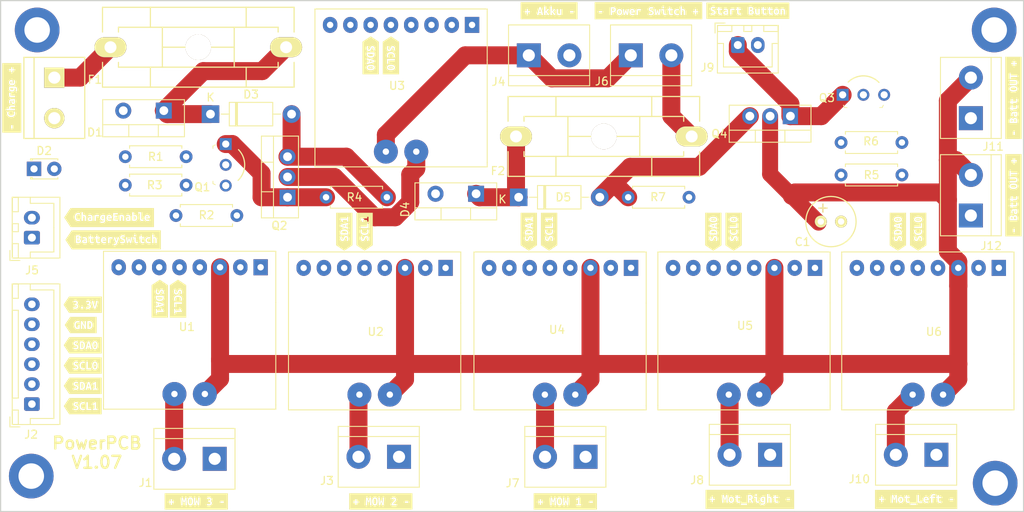
<source format=kicad_pcb>
(kicad_pcb (version 20211014) (generator pcbnew)
  (layers (0 "F.Cu" signal) (31 "B.Cu" signal) (34 "B.Paste" user) (35 "F.Paste" user) (36 "B.SilkS" user "B.Silkscreen") (37 "F.SilkS" user "F.Silkscreen") (38 "B.Mask" user) (39 "F.Mask" user) (44 "Edge.Cuts" user))
  (net 0 "")
  (net 1 "GND")
  (net 2 "Net-(F2-Pad1)")
  (net 3 "pinChargeEnable")
  (net 4 "pinBatterySwitch")
  (net 5 "Net-(Q1-Pad1)")
  (net 6 "Net-(Q1-Pad2)")
  (net 7 "Net-(Q3-Pad2)")
  (net 8 "+3V3")
  (net 9 "V_Bat")
  (net 10 "SDA0")
  (net 11 "SCL0")
  (net 12 "SDA1")
  (net 13 "SCL1")
  (net 29 "Net-(BT1-Pad1)")
  (net 30 "Net-(D2-Pad2)")
  (net 31 "Net-(D3-Pad2)")
  (net 32 "Net-(J4-Pad1)")
  (net 33 "Net-(J9-Pad1)")
  (net 37 "Net-(D4-Pad1)")
  (net 38 "Net-(D5-Pad2)")
  (net 39 "Net-(J3-Pad2)")
  (net 40 "Net-(J7-Pad2)")
  (net 41 "Net-(J8-Pad2)")
  (net 42 "Net-(J10-Pad2)")
  (net 43 "Net-(J1-Pad2)")
  (net 44 "Net-(Q2-Pad2)")
  (net 45 "Net-(D1-Pad1)")
  (footprint "Zimprich:Anschlussklemme_2P_RM5,08" (layer "F.Cu") (at 91.44 73.406 -90)
    (fp_text reference "BT1" hide)
    (fp_text value "Charge" hide)
    (pad "1" thru_hole rect locked (at -2.54 0 270) (size 2.54 2.54) (drill 1.524) (layers *.Cu *.Mask "F.SilkS") (net 29 "Net-(BT1-Pad1)"))
    (pad "2" thru_hole circle locked (at 2.54 0 270) (size 2.54 2.54) (drill 1.524) (layers *.Cu *.Mask "F.SilkS") (net 1 "GND"))
  )
  (footprint "Zimprich:Elko_vert_11.2x6.3mm_RM2.5" (layer "F.Cu") (at 187.452 88.9)
    (fp_text reference "C1" (at -2.286 2.54) (layer "F.SilkS"))
    (fp_text value "100uF")
    (fp_line (start 0.26924 -1.69926) (end 0.26924 -1.30048) (layer "F.Cu") (width 0.15))
    (fp_line (start 0.26924 -1.69926) (end 0.26924 -2.19964) (layer "F.Cu") (width 0.15))
    (fp_line (start 0.26924 -1.69926) (end 0.76962 -1.69926) (layer "F.Cu") (width 0.15))
    (fp_line (start 0.26924 -1.30048) (end 0.26924 -1.19888) (layer "F.Cu") (width 0.15))
    (fp_line (start -0.23114 -1.69926) (end 0.26924 -1.69926) (layer "F.Cu") (width 0.15))
    (pad "1" thru_hole circle locked (at 0 0) (size 1.50114 1.50114) (drill 0.8001) (layers *.Cu *.Mask "F.SilkS") (net 9 "V_Bat"))
    (pad "2" thru_hole circle locked (at 2.54 0) (size 1.50114 1.50114) (drill 0.8001) (layers *.Cu *.Mask "F.SilkS") (net 1 "GND"))
  )
  (footprint "Package_TO_SOT_THT:TO-220-2_Vertical" (layer "F.Cu") (at 105.156 75.001 180)
    (fp_text reference "D1" (at 8.636 -2.723) (layer "F.SilkS"))
    (fp_text value "MBR1045")
    (pad "1" thru_hole rect locked (at 0 0 180) (size 2 2) (drill 1.1) (layers *.Cu *.Mask) (net 45 "Net-(D1-Pad1)"))
    (pad "2" thru_hole oval locked (at 5.08 0 180) (size 2 2) (drill 1.1) (layers *.Cu *.Mask) (net 1 "GND"))
  )
  (footprint "Zimprich:Fuseholder_Reichelt_PL112000" (layer "F.Cu") (at 109.474 67.056)
    (fp_text reference "F1" (at -12.954 4.064) (layer "F.SilkS"))
    (fp_text value "5A" hide)
    (pad "1" thru_hole oval locked (at -11.00074 0 270) (size 2.49936 4.0005) (drill 1.50114) (layers *.Cu *.Mask "F.SilkS") (net 29 "Net-(BT1-Pad1)"))
    (pad "2" thru_hole oval locked (at 11.00074 0 270) (size 2.49936 4.0005) (drill 1.50114) (layers *.Cu *.Mask "F.SilkS") (net 45 "Net-(D1-Pad1)"))
    (pad "~" thru_hole circle locked (at 0 0) (size 3.2 3.2) (drill 3.2) (layers *.Cu *.Mask "F.SilkS"))
  )
  (footprint "Zimprich:Fuseholder_Reichelt_PL112000" (layer "F.Cu") (at 160.274 78.232 180)
    (fp_text reference "F2" (at 13.27 -4.318) (layer "F.SilkS"))
    (fp_text value "10A" hide)
    (pad "1" thru_hole oval locked (at -11.00074 0 90) (size 2.49936 4.0005) (drill 1.50114) (layers *.Cu *.Mask "F.SilkS") (net 2 "Net-(F2-Pad1)"))
    (pad "2" thru_hole oval locked (at 11.00074 0 90) (size 2.49936 4.0005) (drill 1.50114) (layers *.Cu *.Mask "F.SilkS") (net 37 "Net-(D4-Pad1)"))
    (pad "~" thru_hole circle locked (at 0 0 180) (size 3.2 3.2) (drill 3.2) (layers *.Cu *.Mask "F.SilkS"))
  )
  (footprint "TerminalBlock:TerminalBlock_bornier-2_P5.08mm" (layer "F.Cu") (at 111.53 118.618 180)
    (fp_text reference "J1" (at 8.66 -3) (layer "F.SilkS"))
    (fp_text value "Mow3")
    (pad "1" thru_hole rect locked (at 0 0 180) (size 3 3) (drill 1.52) (layers *.Cu *.Mask) (net 1 "GND"))
    (pad "2" thru_hole circle locked (at 5.08 0 180) (size 3 3) (drill 1.52) (layers *.Cu *.Mask) (net 43 "Net-(J1-Pad2)"))
  )
  (footprint "digikey-footprints:TO-92-3_Formed_Leads" (layer "F.Cu") (at 112.909 79.188 -90)
    (fp_text reference "Q1" (at 5.394 2.927) (layer "F.SilkS"))
    (fp_text value "BC547C")
    (pad "1" thru_hole rect (at 0 0 90) (size 1.5 1.5) (drill 0.9) (layers *.Cu *.Mask) (net 5 "Net-(Q1-Pad1)"))
    (pad "2" thru_hole circle (at 2.6 0 90) (size 1.5 1.5) (drill 0.9) (layers *.Cu *.Mask) (net 6 "Net-(Q1-Pad2)"))
    (pad "3" thru_hole circle (at 5.2 0 90) (size 1.5 1.5) (drill 0.9) (layers *.Cu *.Mask) (net 1 "GND"))
  )
  (footprint "digikey-footprints:TO-92-3_Formed_Leads" (layer "F.Cu") (at 190.186 73.019)
    (fp_text reference "Q3" (at -1.972 0.387) (layer "F.SilkS"))
    (fp_text value "BC547C")
    (pad "1" thru_hole rect (at 0 0 180) (size 1.5 1.5) (drill 0.9) (layers *.Cu *.Mask) (net 33 "Net-(J9-Pad1)"))
    (pad "2" thru_hole circle (at 2.6 0 180) (size 1.5 1.5) (drill 0.9) (layers *.Cu *.Mask) (net 7 "Net-(Q3-Pad2)"))
    (pad "3" thru_hole circle (at 5.2 0 180) (size 1.5 1.5) (drill 0.9) (layers *.Cu *.Mask) (net 1 "GND"))
  )
  (footprint "Resistor_THT:R_Axial_DIN0207_L6.3mm_D2.5mm_P7.62mm_Horizontal" (layer "F.Cu") (at 107.95 84.328 180)
    (fp_text reference "R3" (at 3.937 0) (layer "F.SilkS"))
    (fp_text value "4k7")
    (pad "1" thru_hole circle locked (at 0 0 180) (size 1.6 1.6) (drill 0.8) (layers *.Cu *.Mask) (net 6 "Net-(Q1-Pad2)"))
    (pad "2" thru_hole oval locked (at 7.62 0 180) (size 1.6 1.6) (drill 0.8) (layers *.Cu *.Mask) (net 3 "pinChargeEnable"))
  )
  (footprint "Resistor_THT:R_Axial_DIN0207_L6.3mm_D2.5mm_P7.62mm_Horizontal" (layer "F.Cu") (at 133.096 85.852 180)
    (fp_text reference "R4" (at 4.064 0) (layer "F.SilkS"))
    (fp_text value "4k7")
    (pad "1" thru_hole circle locked (at 0 0 180) (size 1.6 1.6) (drill 0.8) (layers *.Cu *.Mask) (net 31 "Net-(D3-Pad2)"))
    (pad "2" thru_hole oval locked (at 7.62 0 180) (size 1.6 1.6) (drill 0.8) (layers *.Cu *.Mask) (net 5 "Net-(Q1-Pad1)"))
  )
  (footprint "Resistor_THT:R_Axial_DIN0207_L6.3mm_D2.5mm_P7.62mm_Horizontal" (layer "F.Cu") (at 189.992 83.058)
    (fp_text reference "R5" (at 3.81 0) (layer "F.SilkS"))
    (fp_text value "4k7")
    (pad "1" thru_hole circle locked (at 0 0) (size 1.6 1.6) (drill 0.8) (layers *.Cu *.Mask) (net 4 "pinBatterySwitch"))
    (pad "2" thru_hole oval locked (at 7.62 0) (size 1.6 1.6) (drill 0.8) (layers *.Cu *.Mask) (net 1 "GND"))
  )
  (footprint "Resistor_THT:R_Axial_DIN0207_L6.3mm_D2.5mm_P7.62mm_Horizontal" (layer "F.Cu") (at 189.992 78.994)
    (fp_text reference "R6" (at 3.75 -0.16) (layer "F.SilkS"))
    (fp_text value "4k7")
    (pad "1" thru_hole circle locked (at 0 0) (size 1.6 1.6) (drill 0.8) (layers *.Cu *.Mask) (net 4 "pinBatterySwitch"))
    (pad "2" thru_hole oval locked (at 7.62 0) (size 1.6 1.6) (drill 0.8) (layers *.Cu *.Mask) (net 7 "Net-(Q3-Pad2)"))
  )
  (footprint "MountingHole:MountingHole_3.2mm_M3_DIN965_Pad_TopBottom" (layer "F.Cu") (at 89.289 64.897)
    (fp_text reference "H1" hide)
    (fp_text value "MountingHole_Pad" hide)
    (pad "1" connect circle locked (at 0 0) (size 5.6 5.6) (layers "B.Cu" "B.Mask") (net 1 "GND"))
    (pad "1" connect circle locked (at 0 0) (size 5.6 5.6) (layers "F.Cu" "F.Mask") (net 1 "GND"))
    (pad "1" thru_hole circle locked (at 0 0) (size 3.6 3.6) (drill 3.2) (layers *.Cu *.Mask) (net 1 "GND"))
  )
  (footprint "MountingHole:MountingHole_3.2mm_M3_DIN965_Pad_TopBottom" (layer "F.Cu") (at 209.169 64.897)
    (fp_text reference "H2" hide)
    (fp_text value "MountingHole_Pad" hide)
    (pad "1" connect circle locked (at 0 0) (size 5.6 5.6) (layers "B.Cu" "B.Mask") (net 1 "GND"))
    (pad "1" thru_hole circle locked (at 0 0) (size 3.6 3.6) (drill 3.2) (layers *.Cu *.Mask) (net 1 "GND"))
    (pad "1" connect circle locked (at 0 0) (size 5.6 5.6) (layers "F.Cu" "F.Mask") (net 1 "GND"))
  )
  (footprint "MountingHole:MountingHole_3.2mm_M3_DIN965_Pad_TopBottom" (layer "F.Cu") (at 209.296 121.666)
    (fp_text reference "H3" hide)
    (fp_text value "MountingHole_Pad" hide)
    (pad "1" thru_hole circle locked (at 0 0) (size 3.6 3.6) (drill 3.2) (layers *.Cu *.Mask) (net 1 "GND"))
    (pad "1" connect circle locked (at 0 0) (size 5.6 5.6) (layers "F.Cu" "F.Mask") (net 1 "GND"))
    (pad "1" connect circle locked (at 0 0) (size 5.6 5.6) (layers "B.Cu" "B.Mask") (net 1 "GND"))
  )
  (footprint "MountingHole:MountingHole_3.2mm_M3_DIN965_Pad_TopBottom" (layer "F.Cu") (at 88.55 120.78)
    (fp_text reference "H4" hide)
    (fp_text value "MountingHole_Pad" hide)
    (pad "1" connect circle locked (at 0 0) (size 5.6 5.6) (layers "F.Cu" "F.Mask") (net 1 "GND"))
    (pad "1" thru_hole circle locked (at 0 0) (size 3.6 3.6) (drill 3.2) (layers *.Cu *.Mask) (net 1 "GND"))
    (pad "1" connect circle locked (at 0 0) (size 5.6 5.6) (layers "B.Cu" "B.Mask") (net 1 "GND"))
  )
  (footprint "TerminalBlock:TerminalBlock_bornier-2_P5.08mm" (layer "F.Cu") (at 181.102 118.11 180)
    (fp_text reference "J8" (at 9.144 -3.17) (layer "F.SilkS"))
    (fp_text value "Mot_Right")
    (pad "1" thru_hole rect locked (at 0 0 180) (size 3 3) (drill 1.52) (layers *.Cu *.Mask) (net 1 "GND"))
    (pad "2" thru_hole circle locked (at 5.08 0 180) (size 3 3) (drill 1.52) (layers *.Cu *.Mask) (net 41 "Net-(J8-Pad2)"))
  )
  (footprint "Package_TO_SOT_THT:TO-220-3_Vertical" (layer "F.Cu") (at 183.642 75.692 180)
    (fp_text reference "Q4" (at 8.89 -2.215) (layer "F.SilkS"))
    (fp_text value "IRF9540N")
    (pad "1" thru_hole rect locked (at 0 0 180) (size 1.905 2) (drill 1.1) (layers *.Cu *.Mask) (net 33 "Net-(J9-Pad1)"))
    (pad "2" thru_hole oval locked (at 2.54 0 180) (size 1.905 2) (drill 1.1) (layers *.Cu *.Mask) (net 9 "V_Bat"))
    (pad "3" thru_hole oval locked (at 5.08 0 180) (size 1.905 2) (drill 1.1) (layers *.Cu *.Mask) (net 38 "Net-(D5-Pad2)"))
  )
  (footprint "Package_TO_SOT_THT:TO-220-3_Vertical" (layer "F.Cu") (at 120.65 85.852 90)
    (fp_text reference "Q2" (at -3.556 -1.016) (layer "F.SilkS"))
    (fp_text value "IRF9540N")
    (pad "1" thru_hole rect locked (at 0 0 90) (size 1.905 2) (drill 1.1) (layers *.Cu *.Mask) (net 5 "Net-(Q1-Pad1)"))
    (pad "2" thru_hole oval locked (at 2.54 0 90) (size 1.905 2) (drill 1.1) (layers *.Cu *.Mask) (net 44 "Net-(Q2-Pad2)"))
    (pad "3" thru_hole oval locked (at 5.08 0 90) (size 1.905 2) (drill 1.1) (layers *.Cu *.Mask) (net 31 "Net-(D3-Pad2)"))
  )
  (footprint "Connector_JST:JST_XH_B6B-XH-A_1x06_P2.50mm_Vertical" (layer "F.Cu") (at 88.629 111.76 90)
    (fp_text reference "J2" (at -3.81 -0.092) (layer "F.SilkS"))
    (fp_text value "Main_PCB1")
    (pad "1" thru_hole roundrect locked (at 0 0 90) (size 1.7 1.95) (drill 0.95) (layers *.Cu *.Mask) (roundrect_rratio 0.1470588235) (net 13 "SCL1"))
    (pad "2" thru_hole oval locked (at 2.5 0 90) (size 1.7 1.95) (drill 0.95) (layers *.Cu *.Mask) (net 12 "SDA1"))
    (pad "3" thru_hole oval locked (at 5 0 90) (size 1.7 1.95) (drill 0.95) (layers *.Cu *.Mask) (net 11 "SCL0"))
    (pad "4" thru_hole oval locked (at 7.5 0 90) (size 1.7 1.95) (drill 0.95) (layers *.Cu *.Mask) (net 10 "SDA0"))
    (pad "5" thru_hole oval locked (at 10 0 90) (size 1.7 1.95) (drill 0.95) (layers *.Cu *.Mask) (net 1 "GND"))
    (pad "6" thru_hole oval locked (at 12.5 0 90) (size 1.7 1.95) (drill 0.95) (layers *.Cu *.Mask) (net 8 "+3V3"))
  )
  (footprint "TerminalBlock:TerminalBlock_bornier-2_P5.08mm" (layer "F.Cu") (at 134.62 118.364 180)
    (fp_text reference "J3" (at 9.03 -3) (layer "F.SilkS"))
    (fp_text value "Mow2")
    (pad "1" thru_hole rect locked (at 0 0 180) (size 3 3) (drill 1.52) (layers *.Cu *.Mask) (net 1 "GND"))
    (pad "2" thru_hole circle locked (at 5.08 0 180) (size 3 3) (drill 1.52) (layers *.Cu *.Mask) (net 39 "Net-(J3-Pad2)"))
  )
  (footprint "TerminalBlock:TerminalBlock_bornier-2_P5.08mm" (layer "F.Cu") (at 150.876 68.072)
    (fp_text reference "J4" (at -3.796 3.318) (layer "F.SilkS"))
    (fp_text value "Battery")
    (pad "1" thru_hole rect locked (at 0 0) (size 3 3) (drill 1.52) (layers *.Cu *.Mask) (net 32 "Net-(J4-Pad1)"))
    (pad "2" thru_hole circle locked (at 5.08 0) (size 3 3) (drill 1.52) (layers *.Cu *.Mask) (net 1 "GND"))
  )
  (footprint "Connector_JST:JST_XH_B2B-XH-A_1x02_P2.50mm_Vertical" (layer "F.Cu") (at 88.629 90.912 90)
    (fp_text reference "J5" (at -4.084 0.017) (layer "F.SilkS"))
    (fp_text value "Main_PCB2")
    (pad "1" thru_hole roundrect locked (at 0 0 90) (size 1.7 2) (drill 1) (layers *.Cu *.Mask) (roundrect_rratio 0.1470588235) (net 4 "pinBatterySwitch"))
    (pad "2" thru_hole oval locked (at 2.5 0 90) (size 1.7 2) (drill 1) (layers *.Cu *.Mask) (net 3 "pinChargeEnable"))
  )
  (footprint "TerminalBlock:TerminalBlock_bornier-2_P5.08mm" (layer "F.Cu") (at 163.65 68.072)
    (fp_text reference "J6" (at -3.63 3.258) (layer "F.SilkS"))
    (fp_text value "Power Switch")
    (pad "1" thru_hole rect locked (at 0 0) (size 3 3) (drill 1.52) (layers *.Cu *.Mask) (net 32 "Net-(J4-Pad1)"))
    (pad "2" thru_hole circle locked (at 5.08 0) (size 3 3) (drill 1.52) (layers *.Cu *.Mask) (net 2 "Net-(F2-Pad1)"))
  )
  (footprint "TerminalBlock:TerminalBlock_bornier-2_P5.08mm" (layer "F.Cu") (at 157.988 118.364 180)
    (fp_text reference "J7" (at 9.144 -3.302) (layer "F.SilkS"))
    (fp_text value "Mow1")
    (pad "1" thru_hole rect locked (at 0 0 180) (size 3 3) (drill 1.52) (layers *.Cu *.Mask) (net 1 "GND"))
    (pad "2" thru_hole circle locked (at 5.08 0 180) (size 3 3) (drill 1.52) (layers *.Cu *.Mask) (net 40 "Net-(J7-Pad2)"))
  )
  (footprint "Connector_JST:JST_XH_B2B-XH-A_1x02_P2.50mm_Vertical" (layer "F.Cu") (at 177.058 66.785)
    (fp_text reference "J9" (at -3.814 2.819) (layer "F.SilkS"))
    (fp_text value "Start")
    (pad "1" thru_hole roundrect locked (at 0 0) (size 1.7 2) (drill 1) (layers *.Cu *.Mask) (roundrect_rratio 0.1470588235) (net 33 "Net-(J9-Pad1)"))
    (pad "2" thru_hole oval locked (at 2.5 0) (size 1.7 2) (drill 1) (layers *.Cu *.Mask) (net 1 "GND"))
  )
  (footprint "TerminalBlock:TerminalBlock_bornier-2_P5.08mm" (layer "F.Cu") (at 201.93 118.11 180)
    (fp_text reference "J10" (at 9.652 -3.048) (layer "F.SilkS"))
    (fp_text value "Mot_Left")
    (pad "1" thru_hole rect locked (at 0 0 180) (size 3 3) (drill 1.52) (layers *.Cu *.Mask) (net 1 "GND"))
    (pad "2" thru_hole circle locked (at 5.08 0 180) (size 3 3) (drill 1.52) (layers *.Cu *.Mask) (net 42 "Net-(J10-Pad2)"))
  )
  (footprint "TerminalBlock:TerminalBlock_bornier-2_P5.08mm" (layer "F.Cu") (at 206.248 75.946 90)
    (fp_text reference "J11" (at -3.556 2.794) (layer "F.SilkS"))
    (fp_text value "DC/DC1")
    (pad "1" thru_hole rect locked (at 0 0 90) (size 3 3) (drill 1.52) (layers *.Cu *.Mask) (net 1 "GND"))
    (pad "2" thru_hole circle locked (at 5.08 0 90) (size 3 3) (drill 1.52) (layers *.Cu *.Mask) (net 9 "V_Bat"))
  )
  (footprint "TerminalBlock:TerminalBlock_bornier-2_P5.08mm" (layer "F.Cu") (at 206.248 88.138 90)
    (fp_text reference "J12" (at -3.81 2.54) (layer "F.SilkS"))
    (fp_text value "DC/DC2")
    (pad "1" thru_hole rect locked (at 0 0 90) (size 3 3) (drill 1.52) (layers *.Cu *.Mask) (net 1 "GND"))
    (pad "2" thru_hole circle locked (at 5.08 0 90) (size 3 3) (drill 1.52) (layers *.Cu *.Mask) (net 9 "V_Bat"))
  )
  (footprint "Current_sense:INA226" (layer "F.Cu") (at 131.56 102.32 180)
    (fp_text reference "U2" (at -0.127 -0.381) (layer "F.SilkS"))
    (fp_text value "INA226")
    (pad "1" thru_hole rect locked (at -8.89 7.62 180) (size 1.8 2) (drill 0.8) (layers *.Cu *.Mask))
    (pad "2" thru_hole oval locked (at -6.35 7.62 180) (size 1.8 2) (drill 0.8) (layers *.Cu *.Mask))
    (pad "3" thru_hole oval locked (at -3.81 7.62 180) (size 1.8 2) (drill 0.8) (layers *.Cu *.Mask) (net 9 "V_Bat"))
    (pad "4" thru_hole oval locked (at -1.27 7.62 180) (size 1.8 2) (drill 0.8) (layers *.Cu *.Mask))
    (pad "5" thru_hole oval locked (at 1.27 7.62 180) (size 1.8 2) (drill 0.8) (layers *.Cu *.Mask) (net 13 "SCL1"))
    (pad "6" thru_hole oval locked (at 3.81 7.62 180) (size 1.8 2) (drill 0.8) (layers *.Cu *.Mask) (net 12 "SDA1"))
    (pad "7" thru_hole oval locked (at 6.35 7.62 180) (size 1.8 2) (drill 0.8) (layers *.Cu *.Mask) (net 1 "GND"))
    (pad "8" thru_hole oval locked (at 8.89 7.62 180) (size 1.8 2) (drill 0.8) (layers *.Cu *.Mask) (net 8 "+3V3"))
    (pad "9" thru_hole oval locked (at -1.905 -8.255 180) (size 3 3) (drill 0.8) (layers *.Cu *.Mask) (net 9 "V_Bat"))
    (pad "10" thru_hole oval locked (at 1.905 -8.255 180) (size 3 3) (drill 0.8) (layers *.Cu *.Mask) (net 39 "Net-(J3-Pad2)"))
  )
  (footprint "Current_sense:INA226" (layer "F.Cu") (at 134.874 71.882 180)
    (fp_text reference "U3" (at 0.508 0 180) (layer "F.SilkS"))
    (fp_text value "INA226")
    (pad "1" thru_hole rect locked (at -8.89 7.62 180) (size 1.8 2) (drill 0.8) (layers *.Cu *.Mask))
    (pad "2" thru_hole oval locked (at -6.35 7.62 180) (size 1.8 2) (drill 0.8) (layers *.Cu *.Mask))
    (pad "3" thru_hole oval locked (at -3.81 7.62 180) (size 1.8 2) (drill 0.8) (layers *.Cu *.Mask) (net 44 "Net-(Q2-Pad2)"))
    (pad "4" thru_hole oval locked (at -1.27 7.62 180) (size 1.8 2) (drill 0.8) (layers *.Cu *.Mask))
    (pad "5" thru_hole oval locked (at 1.27 7.62 180) (size 1.8 2) (drill 0.8) (layers *.Cu *.Mask) (net 11 "SCL0"))
    (pad "6" thru_hole oval locked (at 3.81 7.62 180) (size 1.8 2) (drill 0.8) (layers *.Cu *.Mask) (net 10 "SDA0"))
    (pad "7" thru_hole oval locked (at 6.35 7.62 180) (size 1.8 2) (drill 0.8) (layers *.Cu *.Mask) (net 1 "GND"))
    (pad "8" thru_hole oval locked (at 8.89 7.62 180) (size 1.8 2) (drill 0.8) (layers *.Cu *.Mask) (net 8 "+3V3"))
    (pad "9" thru_hole oval locked (at -1.905 -8.255 180) (size 3 3) (drill 0.8) (layers *.Cu *.Mask) (net 44 "Net-(Q2-Pad2)"))
    (pad "10" thru_hole oval locked (at 1.905 -8.255 180) (size 3 3) (drill 0.8) (layers *.Cu *.Mask) (net 32 "Net-(J4-Pad1)"))
  )
  (footprint "Current_sense:INA226" (layer "F.Cu") (at 154.79 102.32 180)
    (fp_text reference "U4" (at 0.381 -0.127 180) (layer "F.SilkS"))
    (fp_text value "INA226")
    (pad "1" thru_hole rect locked (at -8.89 7.62 180) (size 1.8 2) (drill 0.8) (layers *.Cu *.Mask))
    (pad "2" thru_hole oval locked (at -6.35 7.62 180) (size 1.8 2) (drill 0.8) (layers *.Cu *.Mask))
    (pad "3" thru_hole oval locked (at -3.81 7.62 180) (size 1.8 2) (drill 0.8) (layers *.Cu *.Mask) (net 9 "V_Bat"))
    (pad "4" thru_hole oval locked (at -1.27 7.62 180) (size 1.8 2) (drill 0.8) (layers *.Cu *.Mask))
    (pad "5" thru_hole oval locked (at 1.27 7.62 180) (size 1.8 2) (drill 0.8) (layers *.Cu *.Mask) (net 13 "SCL1"))
    (pad "6" thru_hole oval locked (at 3.81 7.62 180) (size 1.8 2) (drill 0.8) (layers *.Cu *.Mask) (net 12 "SDA1"))
    (pad "7" thru_hole oval locked (at 6.35 7.62 180) (size 1.8 2) (drill 0.8) (layers *.Cu *.Mask) (net 1 "GND"))
    (pad "8" thru_hole oval locked (at 8.89 7.62 180) (size 1.8 2) (drill 0.8) (layers *.Cu *.Mask) (net 8 "+3V3"))
    (pad "9" thru_hole oval locked (at -1.905 -8.255 180) (size 3 3) (drill 0.8) (layers *.Cu *.Mask) (net 9 "V_Bat"))
    (pad "10" thru_hole oval locked (at 1.905 -8.255 180) (size 3 3) (drill 0.8) (layers *.Cu *.Mask) (net 40 "Net-(J7-Pad2)"))
  )
  (footprint "Current_sense:INA226" (layer "F.Cu") (at 177.83 102.32 180)
    (fp_text reference "U5" (at -0.127 0.381) (layer "F.SilkS"))
    (fp_text value "INA226")
    (pad "1" thru_hole rect locked (at -8.89 7.62 180) (size 1.8 2) (drill 0.8) (layers *.Cu *.Mask))
    (pad "2" thru_hole oval locked (at -6.35 7.62 180) (size 1.8 2) (drill 0.8) (layers *.Cu *.Mask))
    (pad "3" thru_hole oval locked (at -3.81 7.62 180) (size 1.8 2) (drill 0.8) (layers *.Cu *.Mask) (net 9 "V_Bat"))
    (pad "4" thru_hole oval locked (at -1.27 7.62 180) (size 1.8 2) (drill 0.8) (layers *.Cu *.Mask))
    (pad "5" thru_hole oval locked (at 1.27 7.62 180) (size 1.8 2) (drill 0.8) (layers *.Cu *.Mask) (net 11 "SCL0"))
    (pad "6" thru_hole oval locked (at 3.81 7.62 180) (size 1.8 2) (drill 0.8) (layers *.Cu *.Mask) (net 10 "SDA0"))
    (pad "7" thru_hole oval locked (at 6.35 7.62 180) (size 1.8 2) (drill 0.8) (layers *.Cu *.Mask) (net 1 "GND"))
    (pad "8" thru_hole oval locked (at 8.89 7.62 180) (size 1.8 2) (drill 0.8) (layers *.Cu *.Mask) (net 8 "+3V3"))
    (pad "9" thru_hole oval locked (at -1.905 -8.255 180) (size 3 3) (drill 0.8) (layers *.Cu *.Mask) (net 9 "V_Bat"))
    (pad "10" thru_hole oval locked (at 1.905 -8.255 180) (size 3 3) (drill 0.8) (layers *.Cu *.Mask) (net 41 "Net-(J8-Pad2)"))
  )
  (footprint "Current_sense:INA226" (layer "F.Cu") (at 200.86 102.32 180)
    (fp_text reference "U6" (at -0.762 -0.381) (layer "F.SilkS"))
    (fp_text value "INA226")
    (pad "1" thru_hole rect locked (at -8.89 7.62 180) (size 1.8 2) (drill 0.8) (layers *.Cu *.Mask))
    (pad "2" thru_hole oval locked (at -6.35 7.62 180) (size 1.8 2) (drill 0.8) (layers *.Cu *.Mask))
    (pad "3" thru_hole oval locked (at -3.81 7.62 180) (size 1.8 2) (drill 0.8) (layers *.Cu *.Mask) (net 9 "V_Bat"))
    (pad "4" thru_hole oval locked (at -1.27 7.62 180) (size 1.8 2) (drill 0.8) (layers *.Cu *.Mask))
    (pad "5" thru_hole oval locked (at 1.27 7.62 180) (size 1.8 2) (drill 0.8) (layers *.Cu *.Mask) (net 11 "SCL0"))
    (pad "6" thru_hole oval locked (at 3.81 7.62 180) (size 1.8 2) (drill 0.8) (layers *.Cu *.Mask) (net 10 "SDA0"))
    (pad "7" thru_hole oval locked (at 6.35 7.62 180) (size 1.8 2) (drill 0.8) (layers *.Cu *.Mask) (net 1 "GND"))
    (pad "8" thru_hole oval locked (at 8.89 7.62 180) (size 1.8 2) (drill 0.8) (layers *.Cu *.Mask) (net 8 "+3V3"))
    (pad "9" thru_hole oval locked (at -1.905 -8.255 180) (size 3 3) (drill 0.8) (layers *.Cu *.Mask) (net 9 "V_Bat"))
    (pad "10" thru_hole oval locked (at 1.905 -8.255 180) (size 3 3) (drill 0.8) (layers *.Cu *.Mask) (net 42 "Net-(J10-Pad2)"))
  )
  (footprint "kibuzzard-630FA596" (layer "F.Cu") (at 150.876 90.17 90)
    (fp_text reference "kibuzzard-630FA596" hide)
    (fp_text value "G***" hide)
  )
  (footprint "kibuzzard-630FA5FF" (layer "F.Cu") (at 127.762 90.17 90)
    (fp_text reference "kibuzzard-630FA5FF" hide)
    (fp_text value "G***" hide)
  )
  (footprint "kibuzzard-630F6938" (layer "F.Cu") (at 94.996 99.314)
    (fp_text reference "kibuzzard-630F6938" hide)
    (fp_text value "G***" hide)
  )
  (footprint "Resistor_THT:R_Axial_DIN0207_L6.3mm_D2.5mm_P7.62mm_Horizontal" (layer "F.Cu") (at 163.322 85.852)
    (fp_text reference "R7" (at 3.74 -0.03) (layer "F.SilkS"))
    (fp_text value "4k7")
    (pad "1" thru_hole circle locked (at 0 0) (size 1.6 1.6) (drill 0.8) (layers *.Cu *.Mask) (net 38 "Net-(D5-Pad2)"))
    (pad "2" thru_hole oval locked (at 7.62 0) (size 1.6 1.6) (drill 0.8) (layers *.Cu *.Mask) (net 33 "Net-(J9-Pad1)"))
  )
  (footprint "kibuzzard-630FA573" (layer "F.Cu") (at 173.99 90.17 90)
    (fp_text reference "kibuzzard-630FA573" hide)
    (fp_text value "G***" hide)
  )
  (footprint "kibuzzard-630F6257" (layer "F.Cu") (at 155.448 123.952)
    (fp_text reference "kibuzzard-630F6257" hide)
    (fp_text value "G***" hide)
  )
  (footprint "Resistor_THT:R_Axial_DIN0207_L6.3mm_D2.5mm_P7.62mm_Horizontal" (layer "F.Cu") (at 107.95 80.772 180)
    (fp_text reference "R1" (at 3.81 0) (layer "F.SilkS"))
    (fp_text value "4.7kO")
    (pad "1" thru_hole circle locked (at 0 0 180) (size 1.6 1.6) (drill 0.8) (layers *.Cu *.Mask) (net 45 "Net-(D1-Pad1)"))
    (pad "2" thru_hole oval locked (at 7.62 0 180) (size 1.6 1.6) (drill 0.8) (layers *.Cu *.Mask) (net 30 "Net-(D2-Pad2)"))
  )
  (footprint "kibuzzard-630F70A7" (layer "F.Cu") (at 165.862 62.484)
    (fp_text reference "kibuzzard-630F70A7" hide)
    (fp_text value "G***" hide)
  )
  (footprint "kibuzzard-62B75E62" (layer "F.Cu") (at 199.39 123.698)
    (fp_text reference "kibuzzard-62B75E62" hide)
    (fp_text value "G***" hide)
  )
  (footprint "kibuzzard-630FA5E0" (layer "F.Cu") (at 130.302 90.17 90)
    (fp_text reference "kibuzzard-630FA5E0" hide)
    (fp_text value "G***" hide)
  )
  (footprint "kibuzzard-630F6901" (layer "F.Cu") (at 94.996 104.394)
    (fp_text reference "kibuzzard-630F6901" hide)
    (fp_text value "G***" hide)
  )
  (footprint "kibuzzard-630F62C6" (layer "F.Cu") (at 109.22 123.952)
    (fp_text reference "kibuzzard-630F62C6" hide)
    (fp_text value "G***" hide)
  )
  (footprint "kibuzzard-630F7110" (layer "F.Cu") (at 153.416 62.484)
    (fp_text reference "kibuzzard-630F7110" hide)
    (fp_text value "G***" hide)
  )
  (footprint "kibuzzard-630FA420" (layer "F.Cu") (at 98.298 88.392)
    (fp_text reference "kibuzzard-630FA420" hide)
    (fp_text value "G***" hide)
  )
  (footprint "kibuzzard-630FA5B5" (layer "F.Cu") (at 153.416 90.17 90)
    (fp_text reference "kibuzzard-630FA5B5" hide)
    (fp_text value "G***" hide)
  )
  (footprint "kibuzzard-630F6915" (layer "F.Cu") (at 94.742 101.854)
    (fp_text reference "kibuzzard-630F6915" hide)
    (fp_text value "G***" hide)
  )
  (footprint "kibuzzard-630F6FC9" (layer "F.Cu") (at 178.308 62.484)
    (fp_text reference "kibuzzard-630F6FC9" hide)
    (fp_text value "G***" hide)
  )
  (footprint "Package_TO_SOT_THT:TO-220-2_Vertical" (layer "F.Cu") (at 144.272 85.415 180)
    (fp_text reference "D4" (at 8.89 -1.961 90) (layer "F.SilkS"))
    (fp_text value "MBR1045")
    (pad "1" thru_hole rect locked (at 0 0 180) (size 2 2) (drill 1.1) (layers *.Cu *.Mask) (net 37 "Net-(D4-Pad1)"))
    (pad "2" thru_hole oval locked (at 5.08 0 180) (size 2 2) (drill 1.1) (layers *.Cu *.Mask) (net 1 "GND"))
  )
  (footprint "Current_sense:INA226" (layer "F.Cu") (at 108.39 102.24 180)
    (fp_text reference "U1" (at 0.35 0.15) (layer "F.SilkS"))
    (fp_text value "INA226")
    (pad "1" thru_hole rect locked (at -8.89 7.62 180) (size 1.8 2) (drill 0.8) (layers *.Cu *.Mask))
    (pad "2" thru_hole oval locked (at -6.35 7.62 180) (size 1.8 2) (drill 0.8) (layers *.Cu *.Mask))
    (pad "3" thru_hole oval locked (at -3.81 7.62 180) (size 1.8 2) (drill 0.8) (layers *.Cu *.Mask) (net 9 "V_Bat"))
    (pad "4" thru_hole oval locked (at -1.27 7.62 180) (size 1.8 2) (drill 0.8) (layers *.Cu *.Mask))
    (pad "5" thru_hole oval locked (at 1.27 7.62 180) (size 1.8 2) (drill 0.8) (layers *.Cu *.Mask) (net 13 "SCL1"))
    (pad "6" thru_hole oval locked (at 3.81 7.62 180) (size 1.8 2) (drill 0.8) (layers *.Cu *.Mask) (net 12 "SDA1"))
    (pad "7" thru_hole oval locked (at 6.35 7.62 180) (size 1.8 2) (drill 0.8) (layers *.Cu *.Mask) (net 1 "GND"))
    (pad "8" thru_hole oval locked (at 8.89 7.62 180) (size 1.8 2) (drill 0.8) (layers *.Cu *.Mask) (net 8 "+3V3"))
    (pad "9" thru_hole oval locked (at -1.905 -8.255 180) (size 3 3) (drill 0.8) (layers *.Cu *.Mask) (net 9 "V_Bat"))
    (pad "10" thru_hole oval locked (at 1.905 -8.255 180) (size 3 3) (drill 0.8) (layers *.Cu *.Mask) (net 43 "Net-(J1-Pad2)"))
  )
  (footprint "kibuzzard-630FA50E" (layer "F.Cu") (at 197.104 90.17 90)
    (fp_text reference "kibuzzard-630FA50E" hide)
    (fp_text value "G***" hide)
  )
  (footprint "kibuzzard-6311B784" (layer "F.Cu") (at 131.064 68.072 -90)
    (fp_text reference "kibuzzard-6311B784" hide)
    (fp_text value "G***" hide)
  )
  (footprint "kibuzzard-6311B760" (layer "F.Cu") (at 106.934 98.552 -90)
    (fp_text reference "kibuzzard-6311B760" hide)
    (fp_text value "G***" hide)
  )
  (footprint "kibuzzard-630FA55C" (layer "F.Cu") (at 176.53 90.17 90)
    (fp_text reference "kibuzzard-630FA55C" hide)
    (fp_text value "G***" hide)
  )
  (footprint "LED_THT:LED_D1.8mm_W3.3mm_H2.4mm" (layer "F.Cu") (at 88.895 82.296)
    (fp_text reference "D2" (at 1.27 -2.26) (layer "F.SilkS"))
    (fp_text value "LED")
    (pad "1" thru_hole rect locked (at 0 0) (size 1.8 1.8) (drill 0.9) (layers *.Cu *.Mask) (net 1 "GND"))
    (pad "2" thru_hole circle locked (at 2.54 0) (size 1.8 1.8) (drill 0.9) (layers *.Cu *.Mask) (net 30 "Net-(D2-Pad2)"))
  )
  (footprint "kibuzzard-6311B799" (layer "F.Cu") (at 133.604 68.072 -90)
    (fp_text reference "kibuzzard-6311B799" hide)
    (fp_text value "G***" hide)
  )
  (footprint "kibuzzard-630FA52F" (layer "F.Cu") (at 199.644 90.17 90)
    (fp_text reference "kibuzzard-630FA52F" hide)
    (fp_text value "G***" hide)
  )
  (footprint "kibuzzard-630F68E0" (layer "F.Cu") (at 94.996 106.934)
    (fp_text reference "kibuzzard-630F68E0" hide)
    (fp_text value "G***" hide)
  )
  (footprint "Resistor_THT:R_Axial_DIN0207_L6.3mm_D2.5mm_P7.62mm_Horizontal" (layer "F.Cu") (at 106.68 88.138)
    (fp_text reference "R2" (at 3.82 -0.05) (layer "F.SilkS"))
    (fp_text value "4k7")
    (pad "1" thru_hole circle locked (at 0 0) (size 1.6 1.6) (drill 0.8) (layers *.Cu *.Mask) (net 3 "pinChargeEnable"))
    (pad "2" thru_hole oval locked (at 7.62 0) (size 1.6 1.6) (drill 0.8) (layers *.Cu *.Mask) (net 1 "GND"))
  )
  (footprint "kibuzzard-630F6B1E" (layer "F.Cu") (at 211.582 85.598 90)
    (fp_text reference "kibuzzard-630F6B1E" hide)
    (fp_text value "G***" hide)
  )
  (footprint "kibuzzard-62B75EB1" (layer "F.Cu") (at 178.562 123.698)
    (fp_text reference "kibuzzard-62B75EB1" hide)
    (fp_text value "G***" hide)
  )
  (footprint "kibuzzard-630FA3ED" (layer "F.Cu") (at 98.806 91.186)
    (fp_text reference "kibuzzard-630FA3ED" hide)
    (fp_text value "G***" hide)
  )
  (footprint "kibuzzard-630F6337" (layer "F.Cu") (at 94.996 112.014)
    (fp_text reference "kibuzzard-630F6337" hide)
    (fp_text value "G***" hide)
  )
  (footprint "kibuzzard-630F629F" (layer "F.Cu") (at 132.334 123.952)
    (fp_text reference "kibuzzard-630F629F" hide)
    (fp_text value "G***" hide)
  )
  (footprint "kibuzzard-630F714A" (layer "F.Cu") (at 86.106 73.406 90)
    (fp_text reference "kibuzzard-630F714A" hide)
    (fp_text value "G***" hide)
  )
  (footprint "kibuzzard-630F6B3C" (layer "F.Cu") (at 211.582 73.406 90)
    (fp_text reference "kibuzzard-630F6B3C" hide)
    (fp_text value "G***" hide)
  )
  (footprint "Diode_THT:D_DO-41_SOD81_P10.16mm_Horizontal" (layer "F.Cu") (at 149.606 85.852)
    (fp_text reference "D5" (at 5.588 0) (layer "F.SilkS"))
    (fp_text value "SB1240")
    (fp_text user "K" (at -2.032 0.254) (layer "F.SilkS"))
    (pad "1" thru_hole rect locked (at 0 0) (size 2.2 2.2) (drill 1.1) (layers *.Cu *.Mask) (net 37 "Net-(D4-Pad1)"))
    (pad "2" thru_hole oval locked (at 10.16 0) (size 2.2 2.2) (drill 1.1) (layers *.Cu *.Mask) (net 38 "Net-(D5-Pad2)"))
  )
  (footprint "Diode_THT:D_DO-41_SOD81_P10.16mm_Horizontal" (layer "F.Cu") (at 110.998 75.438)
    (fp_text reference "D3" (at 5.08 -2.47) (layer "F.SilkS"))
    (fp_text value "SB1240")
    (fp_text user "K" (at 0 -2.1) (layer "F.SilkS"))
    (pad "1" thru_hole rect locked (at 0 0) (size 2.2 2.2) (drill 1.1) (layers *.Cu *.Mask) (net 45 "Net-(D1-Pad1)"))
    (pad "2" thru_hole oval locked (at 10.16 0) (size 2.2 2.2) (drill 1.1) (layers *.Cu *.Mask) (net 31 "Net-(D3-Pad2)"))
  )
  (footprint "kibuzzard-630F6348" (layer "F.Cu") (at 94.996 109.474)
    (fp_text reference "kibuzzard-630F6348" hide)
    (fp_text value "G***" hide)
  )
  (footprint "kibuzzard-6311B724" (layer "F.Cu") (at 104.648 98.552 -90)
    (fp_text reference "kibuzzard-6311B724" hide)
    (fp_text value "G***" hide)
  )
  (gr_line (start 84.709 125.217) (end 212.852 125.217) (layer "Edge.Cuts") (width 0.15))
  (gr_line (start 212.852 125.217) (end 212.852 61.217) (layer "Edge.Cuts") (width 0.15))
  (gr_line (start 84.709 61.217) (end 84.709 125.217) (layer "Edge.Cuts") (width 0.15))
  (gr_line (start 212.852 61.217) (end 84.709 61.217) (layer "Edge.Cuts") (width 0.15))
  (gr_text "PowerPCB\nV1.07" (at 96.774 117.856) (layer "F.SilkS") (effects (font (size 1.5 1.5) (thickness 0.3))))
  (segment (start 168.73 68.072) (end 168.73 75.68726) (width 2.25) (layer "F.Cu") (net 2))
  (segment (start 168.73 75.68726) (end 171.27474 78.232) (width 2.25) (layer "F.Cu") (net 2))
  (segment (start 117.4 82.856) (end 113.732 79.188) (width 2.25) (layer "F.Cu") (net 5))
  (segment (start 117.4 85.852) (end 117.4 82.856) (width 2.25) (layer "F.Cu") (net 5))
  (segment (start 125.476 85.852) (end 120.65 85.852) (width 2.25) (layer "F.Cu") (net 5))
  (segment (start 113.732 79.188) (end 112.909 79.188) (width 2.25) (layer "F.Cu") (net 5))
  (segment (start 120.65 85.852) (end 117.4 85.852) (width 2.25) (layer "F.Cu") (net 5))
  (segment (start 204.67 96.974) (end 204.67 93.917687) (width 2.25) (layer "F.Cu") (net 9))
  (segment (start 204.67 93.917687) (end 203.369489 92.617176) (width 2.25) (layer "F.Cu") (net 9))
  (segment (start 181.102 75.692) (end 181.102 82.960691) (width 2) (layer "F.Cu") (net 9))
  (segment (start 181.102 82.960691) (end 183.817654 85.676346) (width 2) (layer "F.Cu") (net 9))
  (segment (start 112.2 106.24) (end 112.2 94.62) (width 2.25) (layer "F.Cu") (net 9))
  (segment (start 204.385489 81.195489) (end 203.369489 81.195489) (width 2.25) (layer "F.Cu") (net 9))
  (segment (start 203.369489 86.190511) (end 202.425818 85.24684) (width 2.25) (layer "F.Cu") (net 9))
  (segment (start 204.67 96.974) (end 204.67 94.7) (width 2.25) (layer "F.Cu") (net 9))
  (segment (start 110.295 110.495) (end 112.2 108.59) (width 2.25) (layer "F.Cu") (net 9))
  (segment (start 183.817654 85.676346) (end 187.170949 89.02964) (width 2) (layer "F.Cu") (net 9))
  (segment (start 203.369489 81.195489) (end 203.369489 73.744511) (width 2.25) (layer "F.Cu") (net 9))
  (segment (start 202.425818 85.24684) (end 184.24716 85.24684) (width 2.25) (layer "F.Cu") (net 9))
  (segment (start 181.64 108.67) (end 181.64 94.7) (width 2.25) (layer "F.Cu") (net 9))
  (segment (start 204.67 108.67) (end 204.67 106.734) (width 2.25) (layer "F.Cu") (net 9))
  (segment (start 179.735 110.575) (end 181.64 108.67) (width 2.25) (layer "F.Cu") (net 9))
  (segment (start 184.24716 85.24684) (end 183.817654 85.676346) (width 2.25) (layer "F.Cu") (net 9))
  (segment (start 206.248 83.058) (end 204.385489 81.195489) (width 2.25) (layer "F.Cu") (net 9))
  (segment (start 204.67 106.734) (end 204.67 96.974) (width 2.25) (layer "F.Cu") (net 9))
  (segment (start 156.695 110.575) (end 158.6 108.67) (width 2.25) (layer "F.Cu") (net 9))
  (segment (start 133.465 110.575) (end 135.37 108.67) (width 2.25) (layer "F.Cu") (net 9))
  (segment (start 203.369489 92.617176) (end 203.369489 86.190511) (width 2.25) (layer "F.Cu") (net 9))
  (segment (start 203.369489 86.190511) (end 203.369489 81.195489) (width 2.25) (layer "F.Cu") (net 9))
  (segment (start 204.67 106.734) (end 112.694 106.734) (width 2.25) (layer "F.Cu") (net 9))
  (segment (start 135.37 108.67) (end 135.37 94.7) (width 2.25) (layer "F.Cu") (net 9))
  (segment (start 202.765 110.575) (end 204.67 108.67) (width 2.25) (layer "F.Cu") (net 9))
  (segment (start 112.694 106.734) (end 112.2 106.24) (width 2.25) (layer "F.Cu") (net 9))
  (segment (start 203.369489 73.744511) (end 206.248 70.866) (width 2.25) (layer "F.Cu") (net 9))
  (segment (start 158.6 108.67) (end 158.6 94.7) (width 2.25) (layer "F.Cu") (net 9))
  (segment (start 112.2 108.59) (end 112.2 106.24) (width 2.25) (layer "F.Cu") (net 9))
  (segment (start 94.66326 70.866) (end 98.47326 67.056) (width 2.25) (layer "F.Cu") (net 29))
  (segment (start 91.44 70.866) (end 94.66326 70.866) (width 2.25) (layer "F.Cu") (net 29))
  (segment (start 121.158 75.438) (end 121.158 80.264) (width 2.25) (layer "F.Cu") (net 31))
  (segment (start 128.016 80.772) (end 120.65 80.772) (width 2.25) (layer "F.Cu") (net 31))
  (segment (start 133.096 85.852) (end 128.016 80.772) (width 2.25) (layer "F.Cu") (net 31))
  (segment (start 121.158 80.264) (end 120.65 80.772) (width 2.25) (layer "F.Cu") (net 31))
  (segment (start 160.771489 70.950511) (end 163.65 68.072) (width 2.25) (layer "F.Cu") (net 32))
  (segment (start 150.876 68.072) (end 153.754511 70.950511) (width 2.25) (layer "F.Cu") (net 32))
  (segment (start 132.969 80.137) (end 132.969 78.01568) (width 2.25) (layer "F.Cu") (net 32))
  (segment (start 153.754511 70.950511) (end 160.771489 70.950511) (width 2.25) (layer "F.Cu") (net 32))
  (segment (start 132.969 78.01568) (end 142.91268 68.072) (width 2.25) (layer "F.Cu") (net 32))
  (segment (start 142.91268 68.072) (end 150.876 68.072) (width 2.25) (layer "F.Cu") (net 32))
  (segment (start 183.642 75.692) (end 187.513 75.692) (width 2.25) (layer "F.Cu") (net 33))
  (segment (start 177.058 67.586603) (end 183.642 74.170603) (width 2.25) (layer "F.Cu") (net 33))
  (segment (start 187.513 75.692) (end 190.186 73.019) (width 2.25) (layer "F.Cu") (net 33))
  (segment (start 183.642 74.170603) (end 183.642 75.692) (width 2.25) (layer "F.Cu") (net 33))
  (segment (start 177.058 66.785) (end 177.058 67.586603) (width 2.25) (layer "F.Cu") (net 33))
  (segment (start 149.27326 78.232) (end 149.27326 85.51926) (width 2.25) (layer "F.Cu") (net 37))
  (segment (start 149.606 85.852) (end 144.709 85.852) (width 2.25) (layer "F.Cu") (net 37))
  (segment (start 144.709 85.852) (end 144.272 85.415) (width 2.25) (layer "F.Cu") (net 37))
  (segment (start 149.27326 85.51926) (end 149.606 85.852) (width 2.25) (layer "F.Cu") (net 37))
  (segment (start 161.671 83.947) (end 161.671 84.201) (width 2.25) (layer "F.Cu") (net 38))
  (segment (start 172.212 82.042) (end 178.562 75.692) (width 2.25) (layer "F.Cu") (net 38))
  (segment (start 161.671 84.201) (end 163.322 85.852) (width 2.25) (layer "F.Cu") (net 38))
  (segment (start 163.576 82.042) (end 172.212 82.042) (width 2.25) (layer "F.Cu") (net 38))
  (segment (start 161.671 83.947) (end 163.576 82.042) (width 2.25) (layer "F.Cu") (net 38))
  (segment (start 159.766 85.852) (end 161.671 83.947) (width 2.25) (layer "F.Cu") (net 38))
  (segment (start 129.54 110.69) (end 129.655 110.575) (width 2.25) (layer "F.Cu") (net 39))
  (segment (start 129.54 118.364) (end 129.54 110.69) (width 2.25) (layer "F.Cu") (net 39))
  (segment (start 152.908 118.364) (end 152.908 110.598) (width 2.25) (layer "F.Cu") (net 40))
  (segment (start 152.908 110.598) (end 152.885 110.575) (width 2.25) (layer "F.Cu") (net 40))
  (segment (start 176.022 110.672) (end 175.925 110.575) (width 2.25) (layer "F.Cu") (net 41))
  (segment (start 176.022 118.11) (end 176.022 110.672) (width 2.25) (layer "F.Cu") (net 41))
  (segment (start 196.85 112.68) (end 198.955 110.575) (width 2.25) (layer "F.Cu") (net 42))
  (segment (start 196.85 118.11) (end 196.85 112.68) (width 2.25) (layer "F.Cu") (net 42))
  (segment (start 106.45 118.618) (end 106.45 110.53) (width 2.25) (layer "F.Cu") (net 43))
  (segment (start 106.45 110.53) (end 106.485 110.495) (width 2.25) (layer "F.Cu") (net 43))
  (segment (start 136.779 82.25832) (end 136.021809 83.015511) (width 2.25) (layer "F.Cu") (net 44))
  (segment (start 136.021809 83.015511) (end 136.021809 86.466703) (width 2.25) (layer "F.Cu") (net 44))
  (segment (start 136.021809 86.466703) (end 134.132993 88.355519) (width 2.25) (layer "F.Cu") (net 44))
  (segment (start 136.779 80.137) (end 136.779 82.25832) (width 2.25) (layer "F.Cu") (net 44))
  (segment (start 134.132993 88.355519) (end 131.571999 88.355519) (width 2.25) (layer "F.Cu") (net 44))
  (segment (start 131.571999 88.355519) (end 126.52848 83.312) (width 2.25) (layer "F.Cu") (net 44))
  (segment (start 126.52848 83.312) (end 120.65 83.312) (width 2.25) (layer "F.Cu") (net 44))
  (segment (start 117.480219 70.050521) (end 110.106479 70.050521) (width 2.25) (layer "F.Cu") (net 45))
  (segment (start 120.47474 67.056) (end 117.480219 70.050521) (width 2.25) (layer "F.Cu") (net 45))
  (segment (start 110.106479 70.050521) (end 105.156 75.001) (width 2.25) (layer "F.Cu") (net 45))
  (segment (start 110.998 75.438) (end 105.593 75.438) (width 2.25) (layer "F.Cu") (net 45))
  (segment (start 105.593 75.438) (end 105.156 75.001) (width 2.25) (layer "F.Cu") (net 45))
)
</source>
